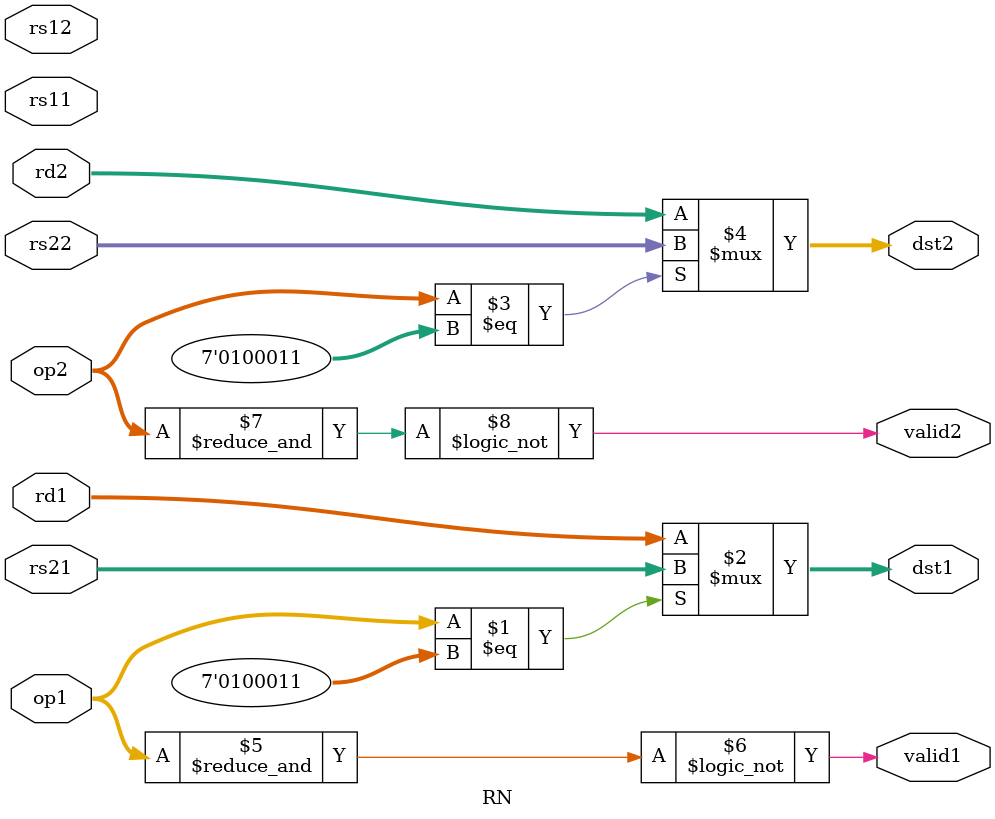
<source format=v>
`timescale 1ns / 1ps


module RN(
    input [4:0] rd1, rd2, rs11, rs12, rs21, rs22,
    input [6:0] op1, op2,
    output wire valid1, valid2,
    output wire [4:0] dst1, dst2
    );
    assign dst1 = (op1 == 7'h23)? rs21 : rd1;
    assign dst2 = (op2 == 7'h23)? rs22 : rd2;
    assign valid1 = (~&(op1));
//  assign valid1 = (valid1)&(~(ID_RN_op_1 == 7'h0100011));
    assign valid2 = (~&(op2));
//  assign valid2 = (valid2)&(~(ID_RN_op_2 == 7'h0100011));

endmodule

</source>
